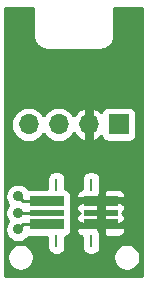
<source format=gbl>
%TF.GenerationSoftware,KiCad,Pcbnew,5.1.0*%
%TF.CreationDate,2019-04-08T01:09:11+02:00*%
%TF.ProjectId,Illumination-PLCC6,496c6c75-6d69-46e6-9174-696f6e2d504c,rev?*%
%TF.SameCoordinates,Original*%
%TF.FileFunction,Copper,L2,Bot*%
%TF.FilePolarity,Positive*%
%FSLAX46Y46*%
G04 Gerber Fmt 4.6, Leading zero omitted, Abs format (unit mm)*
G04 Created by KiCad (PCBNEW 5.1.0) date 2019-04-08 01:09:11*
%MOMM*%
%LPD*%
G04 APERTURE LIST*
%ADD10R,0.250000X1.000000*%
%ADD11R,2.900000X0.850000*%
%ADD12R,2.900000X0.600000*%
%ADD13R,1.700000X1.700000*%
%ADD14O,1.700000X1.700000*%
%ADD15C,0.900000*%
%ADD16C,0.250000*%
%ADD17C,0.254000*%
G04 APERTURE END LIST*
D10*
X118975000Y-152400000D03*
X118975000Y-147600000D03*
D11*
X119800000Y-150975000D03*
D12*
X119800000Y-150000000D03*
D11*
X119800000Y-149025000D03*
X115200000Y-149025000D03*
D12*
X115200000Y-150000000D03*
D11*
X115200000Y-150975000D03*
D10*
X116025000Y-152400000D03*
X116025000Y-147600000D03*
D13*
X121310000Y-142500000D03*
D14*
X118770000Y-142500000D03*
X116230000Y-142500000D03*
X113690000Y-142500000D03*
D15*
X112800000Y-151400000D03*
X112800000Y-150000000D03*
X112800000Y-148600000D03*
D16*
X112800000Y-151400000D02*
X113225000Y-150975000D01*
X113225000Y-150975000D02*
X115200000Y-150975000D01*
X115200000Y-150000000D02*
X112800000Y-150000000D01*
X112800000Y-148600000D02*
X113225000Y-149025000D01*
X113225000Y-149025000D02*
X115200000Y-149025000D01*
D17*
G36*
X114065000Y-135033646D02*
G01*
X114067852Y-135062600D01*
X114067831Y-135065573D01*
X114068764Y-135075092D01*
X114073824Y-135123233D01*
X114074912Y-135134282D01*
X114075024Y-135134650D01*
X114078964Y-135172140D01*
X114091455Y-135232990D01*
X114103082Y-135293942D01*
X114105845Y-135303096D01*
X114105847Y-135303102D01*
X114134702Y-135396317D01*
X114158754Y-135453533D01*
X114182020Y-135511119D01*
X114186510Y-135519564D01*
X114232923Y-135605401D01*
X114267638Y-135656867D01*
X114301636Y-135708821D01*
X114307680Y-135716232D01*
X114369882Y-135791421D01*
X114413930Y-135835162D01*
X114457369Y-135879522D01*
X114464739Y-135885618D01*
X114464744Y-135885623D01*
X114464750Y-135885627D01*
X114540360Y-135947294D01*
X114592041Y-135981632D01*
X114643306Y-136016733D01*
X114651719Y-136021282D01*
X114737880Y-136067094D01*
X114795296Y-136090758D01*
X114852339Y-136115208D01*
X114861475Y-136118036D01*
X114954893Y-136146241D01*
X115015813Y-136158303D01*
X115076530Y-136171209D01*
X115086042Y-136172209D01*
X115183159Y-136181731D01*
X115183163Y-136181731D01*
X115216353Y-136185000D01*
X119783647Y-136185000D01*
X119812601Y-136182148D01*
X119815573Y-136182169D01*
X119825092Y-136181236D01*
X119873218Y-136176178D01*
X119884283Y-136175088D01*
X119884652Y-136174976D01*
X119922140Y-136171036D01*
X119982990Y-136158545D01*
X120043942Y-136146918D01*
X120053096Y-136144155D01*
X120053102Y-136144153D01*
X120146317Y-136115298D01*
X120203533Y-136091246D01*
X120261119Y-136067980D01*
X120269564Y-136063490D01*
X120355401Y-136017077D01*
X120406867Y-135982362D01*
X120458821Y-135948364D01*
X120466232Y-135942320D01*
X120541421Y-135880118D01*
X120585162Y-135836070D01*
X120629522Y-135792631D01*
X120635618Y-135785261D01*
X120635623Y-135785256D01*
X120635627Y-135785250D01*
X120697294Y-135709640D01*
X120731632Y-135657959D01*
X120766733Y-135606694D01*
X120771282Y-135598281D01*
X120817094Y-135512120D01*
X120840758Y-135454704D01*
X120865208Y-135397661D01*
X120868036Y-135388525D01*
X120896241Y-135295107D01*
X120908303Y-135234187D01*
X120921209Y-135173470D01*
X120922209Y-135163958D01*
X120931731Y-135066841D01*
X120931731Y-135066837D01*
X120935000Y-135033647D01*
X120935000Y-132685000D01*
X123315001Y-132685000D01*
X123315000Y-155315000D01*
X111685000Y-155315000D01*
X111685000Y-153638212D01*
X111865000Y-153638212D01*
X111865000Y-153861788D01*
X111908617Y-154081067D01*
X111994176Y-154287624D01*
X112118388Y-154473520D01*
X112276480Y-154631612D01*
X112462376Y-154755824D01*
X112668933Y-154841383D01*
X112888212Y-154885000D01*
X113111788Y-154885000D01*
X113331067Y-154841383D01*
X113537624Y-154755824D01*
X113723520Y-154631612D01*
X113881612Y-154473520D01*
X114005824Y-154287624D01*
X114091383Y-154081067D01*
X114135000Y-153861788D01*
X114135000Y-153638212D01*
X120865000Y-153638212D01*
X120865000Y-153861788D01*
X120908617Y-154081067D01*
X120994176Y-154287624D01*
X121118388Y-154473520D01*
X121276480Y-154631612D01*
X121462376Y-154755824D01*
X121668933Y-154841383D01*
X121888212Y-154885000D01*
X122111788Y-154885000D01*
X122331067Y-154841383D01*
X122537624Y-154755824D01*
X122723520Y-154631612D01*
X122881612Y-154473520D01*
X123005824Y-154287624D01*
X123091383Y-154081067D01*
X123135000Y-153861788D01*
X123135000Y-153638212D01*
X123091383Y-153418933D01*
X123005824Y-153212376D01*
X122881612Y-153026480D01*
X122723520Y-152868388D01*
X122537624Y-152744176D01*
X122331067Y-152658617D01*
X122111788Y-152615000D01*
X121888212Y-152615000D01*
X121668933Y-152658617D01*
X121462376Y-152744176D01*
X121276480Y-152868388D01*
X121118388Y-153026480D01*
X120994176Y-153212376D01*
X120908617Y-153418933D01*
X120865000Y-153638212D01*
X114135000Y-153638212D01*
X114091383Y-153418933D01*
X114005824Y-153212376D01*
X113881612Y-153026480D01*
X113723520Y-152868388D01*
X113537624Y-152744176D01*
X113331067Y-152658617D01*
X113111788Y-152615000D01*
X112888212Y-152615000D01*
X112668933Y-152658617D01*
X112462376Y-152744176D01*
X112276480Y-152868388D01*
X112118388Y-153026480D01*
X111994176Y-153212376D01*
X111908617Y-153418933D01*
X111865000Y-153638212D01*
X111685000Y-153638212D01*
X111685000Y-148493137D01*
X111715000Y-148493137D01*
X111715000Y-148706863D01*
X111756696Y-148916483D01*
X111838485Y-149113940D01*
X111957225Y-149291647D01*
X111965578Y-149300000D01*
X111957225Y-149308353D01*
X111838485Y-149486060D01*
X111756696Y-149683517D01*
X111715000Y-149893137D01*
X111715000Y-150106863D01*
X111756696Y-150316483D01*
X111838485Y-150513940D01*
X111957225Y-150691647D01*
X111965578Y-150700000D01*
X111957225Y-150708353D01*
X111838485Y-150886060D01*
X111756696Y-151083517D01*
X111715000Y-151293137D01*
X111715000Y-151506863D01*
X111756696Y-151716483D01*
X111838485Y-151913940D01*
X111957225Y-152091647D01*
X112108353Y-152242775D01*
X112286060Y-152361515D01*
X112483517Y-152443304D01*
X112693137Y-152485000D01*
X112906863Y-152485000D01*
X113116483Y-152443304D01*
X113313940Y-152361515D01*
X113491647Y-152242775D01*
X113642775Y-152091647D01*
X113682983Y-152031472D01*
X113750000Y-152038072D01*
X115261928Y-152038072D01*
X115261928Y-152900000D01*
X115274188Y-153024482D01*
X115310498Y-153144180D01*
X115369463Y-153254494D01*
X115448815Y-153351185D01*
X115545506Y-153430537D01*
X115655820Y-153489502D01*
X115775518Y-153525812D01*
X115900000Y-153538072D01*
X116150000Y-153538072D01*
X116274482Y-153525812D01*
X116394180Y-153489502D01*
X116504494Y-153430537D01*
X116601185Y-153351185D01*
X116680537Y-153254494D01*
X116739502Y-153144180D01*
X116775812Y-153024482D01*
X116788072Y-152900000D01*
X116788072Y-152021690D01*
X116894180Y-151989502D01*
X117004494Y-151930537D01*
X117101185Y-151851185D01*
X117180537Y-151754494D01*
X117239502Y-151644180D01*
X117275812Y-151524482D01*
X117288072Y-151400000D01*
X117711928Y-151400000D01*
X117724188Y-151524482D01*
X117760498Y-151644180D01*
X117819463Y-151754494D01*
X117898815Y-151851185D01*
X117995506Y-151930537D01*
X118105820Y-151989502D01*
X118211928Y-152021690D01*
X118211928Y-152900000D01*
X118224188Y-153024482D01*
X118260498Y-153144180D01*
X118319463Y-153254494D01*
X118398815Y-153351185D01*
X118495506Y-153430537D01*
X118605820Y-153489502D01*
X118725518Y-153525812D01*
X118850000Y-153538072D01*
X119100000Y-153538072D01*
X119224482Y-153525812D01*
X119344180Y-153489502D01*
X119454494Y-153430537D01*
X119551185Y-153351185D01*
X119630537Y-153254494D01*
X119689502Y-153144180D01*
X119725812Y-153024482D01*
X119738072Y-152900000D01*
X119738072Y-151900000D01*
X119725812Y-151775518D01*
X119689502Y-151655820D01*
X119630537Y-151545506D01*
X119551185Y-151448815D01*
X119546000Y-151444560D01*
X119546000Y-151229000D01*
X120054000Y-151229000D01*
X120054000Y-151876250D01*
X120212750Y-152035000D01*
X121250000Y-152038072D01*
X121374482Y-152025812D01*
X121494180Y-151989502D01*
X121604494Y-151930537D01*
X121701185Y-151851185D01*
X121780537Y-151754494D01*
X121839502Y-151644180D01*
X121875812Y-151524482D01*
X121888072Y-151400000D01*
X121885000Y-151387750D01*
X121726250Y-151229000D01*
X120054000Y-151229000D01*
X119546000Y-151229000D01*
X117873750Y-151229000D01*
X117715000Y-151387750D01*
X117711928Y-151400000D01*
X117288072Y-151400000D01*
X117288072Y-150550000D01*
X117275812Y-150425518D01*
X117275655Y-150425000D01*
X117275812Y-150424482D01*
X117288072Y-150300000D01*
X117288072Y-149700000D01*
X117275812Y-149575518D01*
X117275655Y-149575000D01*
X117275812Y-149574482D01*
X117288072Y-149450000D01*
X117711928Y-149450000D01*
X117724188Y-149574482D01*
X117724680Y-149576105D01*
X117715000Y-149668250D01*
X117782968Y-149736218D01*
X117819463Y-149804494D01*
X117898815Y-149901185D01*
X117995506Y-149980537D01*
X118031918Y-150000000D01*
X117995506Y-150019463D01*
X117898815Y-150098815D01*
X117819463Y-150195506D01*
X117782968Y-150263782D01*
X117715000Y-150331750D01*
X117724680Y-150423895D01*
X117724188Y-150425518D01*
X117711928Y-150550000D01*
X117715000Y-150562250D01*
X117873750Y-150721000D01*
X117874284Y-150721000D01*
X117902885Y-150755219D01*
X118000285Y-150833700D01*
X118111125Y-150891671D01*
X118231144Y-150926904D01*
X118355731Y-150938046D01*
X119387250Y-150935000D01*
X119546000Y-150776250D01*
X119546000Y-150073750D01*
X119472250Y-150000000D01*
X119546000Y-149926250D01*
X119546000Y-149223750D01*
X120054000Y-149223750D01*
X120054000Y-149926250D01*
X120127750Y-150000000D01*
X120054000Y-150073750D01*
X120054000Y-150776250D01*
X120212750Y-150935000D01*
X121244269Y-150938046D01*
X121368856Y-150926904D01*
X121488875Y-150891671D01*
X121599715Y-150833700D01*
X121697115Y-150755219D01*
X121725716Y-150721000D01*
X121726250Y-150721000D01*
X121885000Y-150562250D01*
X121888072Y-150550000D01*
X121875812Y-150425518D01*
X121875320Y-150423895D01*
X121885000Y-150331750D01*
X121817032Y-150263782D01*
X121780537Y-150195506D01*
X121701185Y-150098815D01*
X121604494Y-150019463D01*
X121568082Y-150000000D01*
X121604494Y-149980537D01*
X121701185Y-149901185D01*
X121780537Y-149804494D01*
X121817032Y-149736218D01*
X121885000Y-149668250D01*
X121875320Y-149576105D01*
X121875812Y-149574482D01*
X121888072Y-149450000D01*
X121885000Y-149437750D01*
X121726250Y-149279000D01*
X121725716Y-149279000D01*
X121697115Y-149244781D01*
X121599715Y-149166300D01*
X121488875Y-149108329D01*
X121368856Y-149073096D01*
X121244269Y-149061954D01*
X120212750Y-149065000D01*
X120054000Y-149223750D01*
X119546000Y-149223750D01*
X119387250Y-149065000D01*
X118355731Y-149061954D01*
X118231144Y-149073096D01*
X118111125Y-149108329D01*
X118000285Y-149166300D01*
X117902885Y-149244781D01*
X117874284Y-149279000D01*
X117873750Y-149279000D01*
X117715000Y-149437750D01*
X117711928Y-149450000D01*
X117288072Y-149450000D01*
X117288072Y-148600000D01*
X117711928Y-148600000D01*
X117715000Y-148612250D01*
X117873750Y-148771000D01*
X119546000Y-148771000D01*
X119546000Y-148555440D01*
X119551185Y-148551185D01*
X119630537Y-148454494D01*
X119689502Y-148344180D01*
X119725812Y-148224482D01*
X119735732Y-148123750D01*
X120054000Y-148123750D01*
X120054000Y-148771000D01*
X121726250Y-148771000D01*
X121885000Y-148612250D01*
X121888072Y-148600000D01*
X121875812Y-148475518D01*
X121839502Y-148355820D01*
X121780537Y-148245506D01*
X121701185Y-148148815D01*
X121604494Y-148069463D01*
X121494180Y-148010498D01*
X121374482Y-147974188D01*
X121250000Y-147961928D01*
X120212750Y-147965000D01*
X120054000Y-148123750D01*
X119735732Y-148123750D01*
X119738072Y-148100000D01*
X119738072Y-147100000D01*
X119725812Y-146975518D01*
X119689502Y-146855820D01*
X119630537Y-146745506D01*
X119551185Y-146648815D01*
X119454494Y-146569463D01*
X119344180Y-146510498D01*
X119224482Y-146474188D01*
X119100000Y-146461928D01*
X118850000Y-146461928D01*
X118725518Y-146474188D01*
X118605820Y-146510498D01*
X118495506Y-146569463D01*
X118398815Y-146648815D01*
X118319463Y-146745506D01*
X118260498Y-146855820D01*
X118224188Y-146975518D01*
X118211928Y-147100000D01*
X118211928Y-147978310D01*
X118105820Y-148010498D01*
X117995506Y-148069463D01*
X117898815Y-148148815D01*
X117819463Y-148245506D01*
X117760498Y-148355820D01*
X117724188Y-148475518D01*
X117711928Y-148600000D01*
X117288072Y-148600000D01*
X117275812Y-148475518D01*
X117239502Y-148355820D01*
X117180537Y-148245506D01*
X117101185Y-148148815D01*
X117004494Y-148069463D01*
X116894180Y-148010498D01*
X116788072Y-147978310D01*
X116788072Y-147100000D01*
X116775812Y-146975518D01*
X116739502Y-146855820D01*
X116680537Y-146745506D01*
X116601185Y-146648815D01*
X116504494Y-146569463D01*
X116394180Y-146510498D01*
X116274482Y-146474188D01*
X116150000Y-146461928D01*
X115900000Y-146461928D01*
X115775518Y-146474188D01*
X115655820Y-146510498D01*
X115545506Y-146569463D01*
X115448815Y-146648815D01*
X115369463Y-146745506D01*
X115310498Y-146855820D01*
X115274188Y-146975518D01*
X115261928Y-147100000D01*
X115261928Y-147961928D01*
X113750000Y-147961928D01*
X113682983Y-147968528D01*
X113642775Y-147908353D01*
X113491647Y-147757225D01*
X113313940Y-147638485D01*
X113116483Y-147556696D01*
X112906863Y-147515000D01*
X112693137Y-147515000D01*
X112483517Y-147556696D01*
X112286060Y-147638485D01*
X112108353Y-147757225D01*
X111957225Y-147908353D01*
X111838485Y-148086060D01*
X111756696Y-148283517D01*
X111715000Y-148493137D01*
X111685000Y-148493137D01*
X111685000Y-142500000D01*
X112197815Y-142500000D01*
X112226487Y-142791111D01*
X112311401Y-143071034D01*
X112449294Y-143329014D01*
X112634866Y-143555134D01*
X112860986Y-143740706D01*
X113118966Y-143878599D01*
X113398889Y-143963513D01*
X113617050Y-143985000D01*
X113762950Y-143985000D01*
X113981111Y-143963513D01*
X114261034Y-143878599D01*
X114519014Y-143740706D01*
X114745134Y-143555134D01*
X114930706Y-143329014D01*
X114960000Y-143274209D01*
X114989294Y-143329014D01*
X115174866Y-143555134D01*
X115400986Y-143740706D01*
X115658966Y-143878599D01*
X115938889Y-143963513D01*
X116157050Y-143985000D01*
X116302950Y-143985000D01*
X116521111Y-143963513D01*
X116801034Y-143878599D01*
X117059014Y-143740706D01*
X117285134Y-143555134D01*
X117470706Y-143329014D01*
X117502744Y-143269076D01*
X117655195Y-143481051D01*
X117868009Y-143679688D01*
X118115486Y-143832990D01*
X118290245Y-143905368D01*
X118516000Y-143801700D01*
X118516000Y-142754000D01*
X118496000Y-142754000D01*
X118496000Y-142246000D01*
X118516000Y-142246000D01*
X118516000Y-141198300D01*
X119024000Y-141198300D01*
X119024000Y-142246000D01*
X119044000Y-142246000D01*
X119044000Y-142754000D01*
X119024000Y-142754000D01*
X119024000Y-143801700D01*
X119249755Y-143905368D01*
X119424514Y-143832990D01*
X119671991Y-143679688D01*
X119846910Y-143516421D01*
X119870498Y-143594180D01*
X119929463Y-143704494D01*
X120008815Y-143801185D01*
X120105506Y-143880537D01*
X120215820Y-143939502D01*
X120335518Y-143975812D01*
X120460000Y-143988072D01*
X122160000Y-143988072D01*
X122284482Y-143975812D01*
X122404180Y-143939502D01*
X122514494Y-143880537D01*
X122611185Y-143801185D01*
X122690537Y-143704494D01*
X122749502Y-143594180D01*
X122785812Y-143474482D01*
X122798072Y-143350000D01*
X122798072Y-141650000D01*
X122785812Y-141525518D01*
X122749502Y-141405820D01*
X122690537Y-141295506D01*
X122611185Y-141198815D01*
X122514494Y-141119463D01*
X122404180Y-141060498D01*
X122284482Y-141024188D01*
X122160000Y-141011928D01*
X120460000Y-141011928D01*
X120335518Y-141024188D01*
X120215820Y-141060498D01*
X120105506Y-141119463D01*
X120008815Y-141198815D01*
X119929463Y-141295506D01*
X119870498Y-141405820D01*
X119846910Y-141483579D01*
X119671991Y-141320312D01*
X119424514Y-141167010D01*
X119249755Y-141094632D01*
X119024000Y-141198300D01*
X118516000Y-141198300D01*
X118290245Y-141094632D01*
X118115486Y-141167010D01*
X117868009Y-141320312D01*
X117655195Y-141518949D01*
X117502744Y-141730924D01*
X117470706Y-141670986D01*
X117285134Y-141444866D01*
X117059014Y-141259294D01*
X116801034Y-141121401D01*
X116521111Y-141036487D01*
X116302950Y-141015000D01*
X116157050Y-141015000D01*
X115938889Y-141036487D01*
X115658966Y-141121401D01*
X115400986Y-141259294D01*
X115174866Y-141444866D01*
X114989294Y-141670986D01*
X114960000Y-141725791D01*
X114930706Y-141670986D01*
X114745134Y-141444866D01*
X114519014Y-141259294D01*
X114261034Y-141121401D01*
X113981111Y-141036487D01*
X113762950Y-141015000D01*
X113617050Y-141015000D01*
X113398889Y-141036487D01*
X113118966Y-141121401D01*
X112860986Y-141259294D01*
X112634866Y-141444866D01*
X112449294Y-141670986D01*
X112311401Y-141928966D01*
X112226487Y-142208889D01*
X112197815Y-142500000D01*
X111685000Y-142500000D01*
X111685000Y-132685000D01*
X114065001Y-132685000D01*
X114065000Y-135033646D01*
X114065000Y-135033646D01*
G37*
X114065000Y-135033646D02*
X114067852Y-135062600D01*
X114067831Y-135065573D01*
X114068764Y-135075092D01*
X114073824Y-135123233D01*
X114074912Y-135134282D01*
X114075024Y-135134650D01*
X114078964Y-135172140D01*
X114091455Y-135232990D01*
X114103082Y-135293942D01*
X114105845Y-135303096D01*
X114105847Y-135303102D01*
X114134702Y-135396317D01*
X114158754Y-135453533D01*
X114182020Y-135511119D01*
X114186510Y-135519564D01*
X114232923Y-135605401D01*
X114267638Y-135656867D01*
X114301636Y-135708821D01*
X114307680Y-135716232D01*
X114369882Y-135791421D01*
X114413930Y-135835162D01*
X114457369Y-135879522D01*
X114464739Y-135885618D01*
X114464744Y-135885623D01*
X114464750Y-135885627D01*
X114540360Y-135947294D01*
X114592041Y-135981632D01*
X114643306Y-136016733D01*
X114651719Y-136021282D01*
X114737880Y-136067094D01*
X114795296Y-136090758D01*
X114852339Y-136115208D01*
X114861475Y-136118036D01*
X114954893Y-136146241D01*
X115015813Y-136158303D01*
X115076530Y-136171209D01*
X115086042Y-136172209D01*
X115183159Y-136181731D01*
X115183163Y-136181731D01*
X115216353Y-136185000D01*
X119783647Y-136185000D01*
X119812601Y-136182148D01*
X119815573Y-136182169D01*
X119825092Y-136181236D01*
X119873218Y-136176178D01*
X119884283Y-136175088D01*
X119884652Y-136174976D01*
X119922140Y-136171036D01*
X119982990Y-136158545D01*
X120043942Y-136146918D01*
X120053096Y-136144155D01*
X120053102Y-136144153D01*
X120146317Y-136115298D01*
X120203533Y-136091246D01*
X120261119Y-136067980D01*
X120269564Y-136063490D01*
X120355401Y-136017077D01*
X120406867Y-135982362D01*
X120458821Y-135948364D01*
X120466232Y-135942320D01*
X120541421Y-135880118D01*
X120585162Y-135836070D01*
X120629522Y-135792631D01*
X120635618Y-135785261D01*
X120635623Y-135785256D01*
X120635627Y-135785250D01*
X120697294Y-135709640D01*
X120731632Y-135657959D01*
X120766733Y-135606694D01*
X120771282Y-135598281D01*
X120817094Y-135512120D01*
X120840758Y-135454704D01*
X120865208Y-135397661D01*
X120868036Y-135388525D01*
X120896241Y-135295107D01*
X120908303Y-135234187D01*
X120921209Y-135173470D01*
X120922209Y-135163958D01*
X120931731Y-135066841D01*
X120931731Y-135066837D01*
X120935000Y-135033647D01*
X120935000Y-132685000D01*
X123315001Y-132685000D01*
X123315000Y-155315000D01*
X111685000Y-155315000D01*
X111685000Y-153638212D01*
X111865000Y-153638212D01*
X111865000Y-153861788D01*
X111908617Y-154081067D01*
X111994176Y-154287624D01*
X112118388Y-154473520D01*
X112276480Y-154631612D01*
X112462376Y-154755824D01*
X112668933Y-154841383D01*
X112888212Y-154885000D01*
X113111788Y-154885000D01*
X113331067Y-154841383D01*
X113537624Y-154755824D01*
X113723520Y-154631612D01*
X113881612Y-154473520D01*
X114005824Y-154287624D01*
X114091383Y-154081067D01*
X114135000Y-153861788D01*
X114135000Y-153638212D01*
X120865000Y-153638212D01*
X120865000Y-153861788D01*
X120908617Y-154081067D01*
X120994176Y-154287624D01*
X121118388Y-154473520D01*
X121276480Y-154631612D01*
X121462376Y-154755824D01*
X121668933Y-154841383D01*
X121888212Y-154885000D01*
X122111788Y-154885000D01*
X122331067Y-154841383D01*
X122537624Y-154755824D01*
X122723520Y-154631612D01*
X122881612Y-154473520D01*
X123005824Y-154287624D01*
X123091383Y-154081067D01*
X123135000Y-153861788D01*
X123135000Y-153638212D01*
X123091383Y-153418933D01*
X123005824Y-153212376D01*
X122881612Y-153026480D01*
X122723520Y-152868388D01*
X122537624Y-152744176D01*
X122331067Y-152658617D01*
X122111788Y-152615000D01*
X121888212Y-152615000D01*
X121668933Y-152658617D01*
X121462376Y-152744176D01*
X121276480Y-152868388D01*
X121118388Y-153026480D01*
X120994176Y-153212376D01*
X120908617Y-153418933D01*
X120865000Y-153638212D01*
X114135000Y-153638212D01*
X114091383Y-153418933D01*
X114005824Y-153212376D01*
X113881612Y-153026480D01*
X113723520Y-152868388D01*
X113537624Y-152744176D01*
X113331067Y-152658617D01*
X113111788Y-152615000D01*
X112888212Y-152615000D01*
X112668933Y-152658617D01*
X112462376Y-152744176D01*
X112276480Y-152868388D01*
X112118388Y-153026480D01*
X111994176Y-153212376D01*
X111908617Y-153418933D01*
X111865000Y-153638212D01*
X111685000Y-153638212D01*
X111685000Y-148493137D01*
X111715000Y-148493137D01*
X111715000Y-148706863D01*
X111756696Y-148916483D01*
X111838485Y-149113940D01*
X111957225Y-149291647D01*
X111965578Y-149300000D01*
X111957225Y-149308353D01*
X111838485Y-149486060D01*
X111756696Y-149683517D01*
X111715000Y-149893137D01*
X111715000Y-150106863D01*
X111756696Y-150316483D01*
X111838485Y-150513940D01*
X111957225Y-150691647D01*
X111965578Y-150700000D01*
X111957225Y-150708353D01*
X111838485Y-150886060D01*
X111756696Y-151083517D01*
X111715000Y-151293137D01*
X111715000Y-151506863D01*
X111756696Y-151716483D01*
X111838485Y-151913940D01*
X111957225Y-152091647D01*
X112108353Y-152242775D01*
X112286060Y-152361515D01*
X112483517Y-152443304D01*
X112693137Y-152485000D01*
X112906863Y-152485000D01*
X113116483Y-152443304D01*
X113313940Y-152361515D01*
X113491647Y-152242775D01*
X113642775Y-152091647D01*
X113682983Y-152031472D01*
X113750000Y-152038072D01*
X115261928Y-152038072D01*
X115261928Y-152900000D01*
X115274188Y-153024482D01*
X115310498Y-153144180D01*
X115369463Y-153254494D01*
X115448815Y-153351185D01*
X115545506Y-153430537D01*
X115655820Y-153489502D01*
X115775518Y-153525812D01*
X115900000Y-153538072D01*
X116150000Y-153538072D01*
X116274482Y-153525812D01*
X116394180Y-153489502D01*
X116504494Y-153430537D01*
X116601185Y-153351185D01*
X116680537Y-153254494D01*
X116739502Y-153144180D01*
X116775812Y-153024482D01*
X116788072Y-152900000D01*
X116788072Y-152021690D01*
X116894180Y-151989502D01*
X117004494Y-151930537D01*
X117101185Y-151851185D01*
X117180537Y-151754494D01*
X117239502Y-151644180D01*
X117275812Y-151524482D01*
X117288072Y-151400000D01*
X117711928Y-151400000D01*
X117724188Y-151524482D01*
X117760498Y-151644180D01*
X117819463Y-151754494D01*
X117898815Y-151851185D01*
X117995506Y-151930537D01*
X118105820Y-151989502D01*
X118211928Y-152021690D01*
X118211928Y-152900000D01*
X118224188Y-153024482D01*
X118260498Y-153144180D01*
X118319463Y-153254494D01*
X118398815Y-153351185D01*
X118495506Y-153430537D01*
X118605820Y-153489502D01*
X118725518Y-153525812D01*
X118850000Y-153538072D01*
X119100000Y-153538072D01*
X119224482Y-153525812D01*
X119344180Y-153489502D01*
X119454494Y-153430537D01*
X119551185Y-153351185D01*
X119630537Y-153254494D01*
X119689502Y-153144180D01*
X119725812Y-153024482D01*
X119738072Y-152900000D01*
X119738072Y-151900000D01*
X119725812Y-151775518D01*
X119689502Y-151655820D01*
X119630537Y-151545506D01*
X119551185Y-151448815D01*
X119546000Y-151444560D01*
X119546000Y-151229000D01*
X120054000Y-151229000D01*
X120054000Y-151876250D01*
X120212750Y-152035000D01*
X121250000Y-152038072D01*
X121374482Y-152025812D01*
X121494180Y-151989502D01*
X121604494Y-151930537D01*
X121701185Y-151851185D01*
X121780537Y-151754494D01*
X121839502Y-151644180D01*
X121875812Y-151524482D01*
X121888072Y-151400000D01*
X121885000Y-151387750D01*
X121726250Y-151229000D01*
X120054000Y-151229000D01*
X119546000Y-151229000D01*
X117873750Y-151229000D01*
X117715000Y-151387750D01*
X117711928Y-151400000D01*
X117288072Y-151400000D01*
X117288072Y-150550000D01*
X117275812Y-150425518D01*
X117275655Y-150425000D01*
X117275812Y-150424482D01*
X117288072Y-150300000D01*
X117288072Y-149700000D01*
X117275812Y-149575518D01*
X117275655Y-149575000D01*
X117275812Y-149574482D01*
X117288072Y-149450000D01*
X117711928Y-149450000D01*
X117724188Y-149574482D01*
X117724680Y-149576105D01*
X117715000Y-149668250D01*
X117782968Y-149736218D01*
X117819463Y-149804494D01*
X117898815Y-149901185D01*
X117995506Y-149980537D01*
X118031918Y-150000000D01*
X117995506Y-150019463D01*
X117898815Y-150098815D01*
X117819463Y-150195506D01*
X117782968Y-150263782D01*
X117715000Y-150331750D01*
X117724680Y-150423895D01*
X117724188Y-150425518D01*
X117711928Y-150550000D01*
X117715000Y-150562250D01*
X117873750Y-150721000D01*
X117874284Y-150721000D01*
X117902885Y-150755219D01*
X118000285Y-150833700D01*
X118111125Y-150891671D01*
X118231144Y-150926904D01*
X118355731Y-150938046D01*
X119387250Y-150935000D01*
X119546000Y-150776250D01*
X119546000Y-150073750D01*
X119472250Y-150000000D01*
X119546000Y-149926250D01*
X119546000Y-149223750D01*
X120054000Y-149223750D01*
X120054000Y-149926250D01*
X120127750Y-150000000D01*
X120054000Y-150073750D01*
X120054000Y-150776250D01*
X120212750Y-150935000D01*
X121244269Y-150938046D01*
X121368856Y-150926904D01*
X121488875Y-150891671D01*
X121599715Y-150833700D01*
X121697115Y-150755219D01*
X121725716Y-150721000D01*
X121726250Y-150721000D01*
X121885000Y-150562250D01*
X121888072Y-150550000D01*
X121875812Y-150425518D01*
X121875320Y-150423895D01*
X121885000Y-150331750D01*
X121817032Y-150263782D01*
X121780537Y-150195506D01*
X121701185Y-150098815D01*
X121604494Y-150019463D01*
X121568082Y-150000000D01*
X121604494Y-149980537D01*
X121701185Y-149901185D01*
X121780537Y-149804494D01*
X121817032Y-149736218D01*
X121885000Y-149668250D01*
X121875320Y-149576105D01*
X121875812Y-149574482D01*
X121888072Y-149450000D01*
X121885000Y-149437750D01*
X121726250Y-149279000D01*
X121725716Y-149279000D01*
X121697115Y-149244781D01*
X121599715Y-149166300D01*
X121488875Y-149108329D01*
X121368856Y-149073096D01*
X121244269Y-149061954D01*
X120212750Y-149065000D01*
X120054000Y-149223750D01*
X119546000Y-149223750D01*
X119387250Y-149065000D01*
X118355731Y-149061954D01*
X118231144Y-149073096D01*
X118111125Y-149108329D01*
X118000285Y-149166300D01*
X117902885Y-149244781D01*
X117874284Y-149279000D01*
X117873750Y-149279000D01*
X117715000Y-149437750D01*
X117711928Y-149450000D01*
X117288072Y-149450000D01*
X117288072Y-148600000D01*
X117711928Y-148600000D01*
X117715000Y-148612250D01*
X117873750Y-148771000D01*
X119546000Y-148771000D01*
X119546000Y-148555440D01*
X119551185Y-148551185D01*
X119630537Y-148454494D01*
X119689502Y-148344180D01*
X119725812Y-148224482D01*
X119735732Y-148123750D01*
X120054000Y-148123750D01*
X120054000Y-148771000D01*
X121726250Y-148771000D01*
X121885000Y-148612250D01*
X121888072Y-148600000D01*
X121875812Y-148475518D01*
X121839502Y-148355820D01*
X121780537Y-148245506D01*
X121701185Y-148148815D01*
X121604494Y-148069463D01*
X121494180Y-148010498D01*
X121374482Y-147974188D01*
X121250000Y-147961928D01*
X120212750Y-147965000D01*
X120054000Y-148123750D01*
X119735732Y-148123750D01*
X119738072Y-148100000D01*
X119738072Y-147100000D01*
X119725812Y-146975518D01*
X119689502Y-146855820D01*
X119630537Y-146745506D01*
X119551185Y-146648815D01*
X119454494Y-146569463D01*
X119344180Y-146510498D01*
X119224482Y-146474188D01*
X119100000Y-146461928D01*
X118850000Y-146461928D01*
X118725518Y-146474188D01*
X118605820Y-146510498D01*
X118495506Y-146569463D01*
X118398815Y-146648815D01*
X118319463Y-146745506D01*
X118260498Y-146855820D01*
X118224188Y-146975518D01*
X118211928Y-147100000D01*
X118211928Y-147978310D01*
X118105820Y-148010498D01*
X117995506Y-148069463D01*
X117898815Y-148148815D01*
X117819463Y-148245506D01*
X117760498Y-148355820D01*
X117724188Y-148475518D01*
X117711928Y-148600000D01*
X117288072Y-148600000D01*
X117275812Y-148475518D01*
X117239502Y-148355820D01*
X117180537Y-148245506D01*
X117101185Y-148148815D01*
X117004494Y-148069463D01*
X116894180Y-148010498D01*
X116788072Y-147978310D01*
X116788072Y-147100000D01*
X116775812Y-146975518D01*
X116739502Y-146855820D01*
X116680537Y-146745506D01*
X116601185Y-146648815D01*
X116504494Y-146569463D01*
X116394180Y-146510498D01*
X116274482Y-146474188D01*
X116150000Y-146461928D01*
X115900000Y-146461928D01*
X115775518Y-146474188D01*
X115655820Y-146510498D01*
X115545506Y-146569463D01*
X115448815Y-146648815D01*
X115369463Y-146745506D01*
X115310498Y-146855820D01*
X115274188Y-146975518D01*
X115261928Y-147100000D01*
X115261928Y-147961928D01*
X113750000Y-147961928D01*
X113682983Y-147968528D01*
X113642775Y-147908353D01*
X113491647Y-147757225D01*
X113313940Y-147638485D01*
X113116483Y-147556696D01*
X112906863Y-147515000D01*
X112693137Y-147515000D01*
X112483517Y-147556696D01*
X112286060Y-147638485D01*
X112108353Y-147757225D01*
X111957225Y-147908353D01*
X111838485Y-148086060D01*
X111756696Y-148283517D01*
X111715000Y-148493137D01*
X111685000Y-148493137D01*
X111685000Y-142500000D01*
X112197815Y-142500000D01*
X112226487Y-142791111D01*
X112311401Y-143071034D01*
X112449294Y-143329014D01*
X112634866Y-143555134D01*
X112860986Y-143740706D01*
X113118966Y-143878599D01*
X113398889Y-143963513D01*
X113617050Y-143985000D01*
X113762950Y-143985000D01*
X113981111Y-143963513D01*
X114261034Y-143878599D01*
X114519014Y-143740706D01*
X114745134Y-143555134D01*
X114930706Y-143329014D01*
X114960000Y-143274209D01*
X114989294Y-143329014D01*
X115174866Y-143555134D01*
X115400986Y-143740706D01*
X115658966Y-143878599D01*
X115938889Y-143963513D01*
X116157050Y-143985000D01*
X116302950Y-143985000D01*
X116521111Y-143963513D01*
X116801034Y-143878599D01*
X117059014Y-143740706D01*
X117285134Y-143555134D01*
X117470706Y-143329014D01*
X117502744Y-143269076D01*
X117655195Y-143481051D01*
X117868009Y-143679688D01*
X118115486Y-143832990D01*
X118290245Y-143905368D01*
X118516000Y-143801700D01*
X118516000Y-142754000D01*
X118496000Y-142754000D01*
X118496000Y-142246000D01*
X118516000Y-142246000D01*
X118516000Y-141198300D01*
X119024000Y-141198300D01*
X119024000Y-142246000D01*
X119044000Y-142246000D01*
X119044000Y-142754000D01*
X119024000Y-142754000D01*
X119024000Y-143801700D01*
X119249755Y-143905368D01*
X119424514Y-143832990D01*
X119671991Y-143679688D01*
X119846910Y-143516421D01*
X119870498Y-143594180D01*
X119929463Y-143704494D01*
X120008815Y-143801185D01*
X120105506Y-143880537D01*
X120215820Y-143939502D01*
X120335518Y-143975812D01*
X120460000Y-143988072D01*
X122160000Y-143988072D01*
X122284482Y-143975812D01*
X122404180Y-143939502D01*
X122514494Y-143880537D01*
X122611185Y-143801185D01*
X122690537Y-143704494D01*
X122749502Y-143594180D01*
X122785812Y-143474482D01*
X122798072Y-143350000D01*
X122798072Y-141650000D01*
X122785812Y-141525518D01*
X122749502Y-141405820D01*
X122690537Y-141295506D01*
X122611185Y-141198815D01*
X122514494Y-141119463D01*
X122404180Y-141060498D01*
X122284482Y-141024188D01*
X122160000Y-141011928D01*
X120460000Y-141011928D01*
X120335518Y-141024188D01*
X120215820Y-141060498D01*
X120105506Y-141119463D01*
X120008815Y-141198815D01*
X119929463Y-141295506D01*
X119870498Y-141405820D01*
X119846910Y-141483579D01*
X119671991Y-141320312D01*
X119424514Y-141167010D01*
X119249755Y-141094632D01*
X119024000Y-141198300D01*
X118516000Y-141198300D01*
X118290245Y-141094632D01*
X118115486Y-141167010D01*
X117868009Y-141320312D01*
X117655195Y-141518949D01*
X117502744Y-141730924D01*
X117470706Y-141670986D01*
X117285134Y-141444866D01*
X117059014Y-141259294D01*
X116801034Y-141121401D01*
X116521111Y-141036487D01*
X116302950Y-141015000D01*
X116157050Y-141015000D01*
X115938889Y-141036487D01*
X115658966Y-141121401D01*
X115400986Y-141259294D01*
X115174866Y-141444866D01*
X114989294Y-141670986D01*
X114960000Y-141725791D01*
X114930706Y-141670986D01*
X114745134Y-141444866D01*
X114519014Y-141259294D01*
X114261034Y-141121401D01*
X113981111Y-141036487D01*
X113762950Y-141015000D01*
X113617050Y-141015000D01*
X113398889Y-141036487D01*
X113118966Y-141121401D01*
X112860986Y-141259294D01*
X112634866Y-141444866D01*
X112449294Y-141670986D01*
X112311401Y-141928966D01*
X112226487Y-142208889D01*
X112197815Y-142500000D01*
X111685000Y-142500000D01*
X111685000Y-132685000D01*
X114065001Y-132685000D01*
X114065000Y-135033646D01*
M02*

</source>
